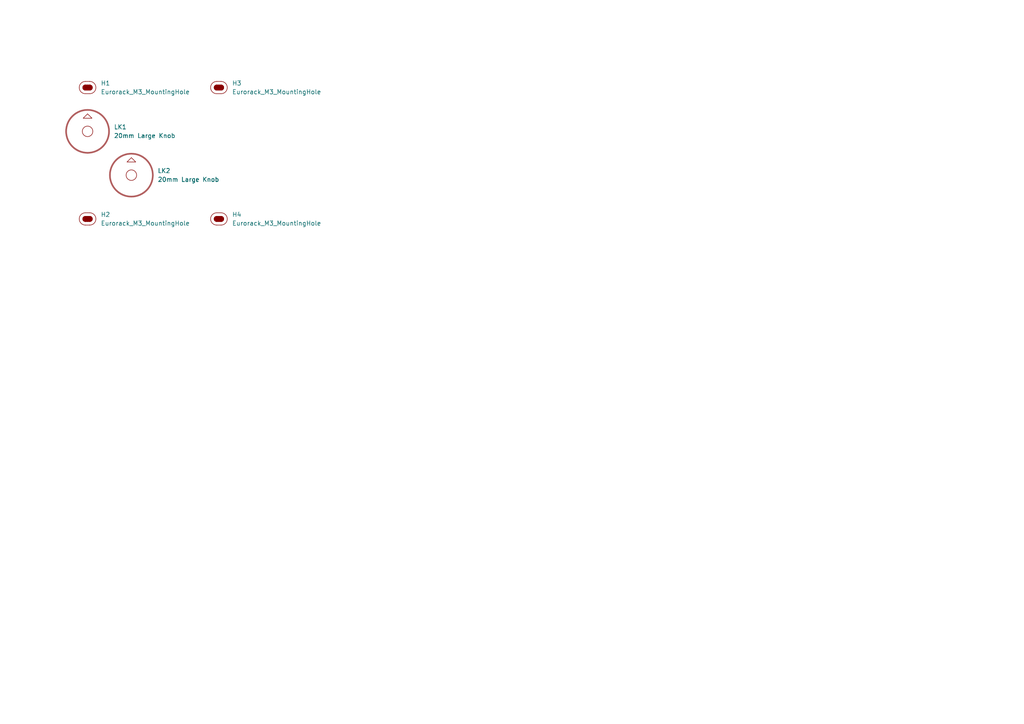
<source format=kicad_sch>
(kicad_sch (version 20250114) (generator "eeschema") (generator_version "9.0")
  (paper "A4")
  (lib_symbols
    (symbol "EXC:Eurorack_M3_MountingHole" (pin_names (offset 1.016))
      (property "Reference" "H" (at 0 5.08 0))
      (property "Value" "Eurorack_M3_MountingHole" (at 0 3.175 0))
      (symbol "Eurorack_M3_MountingHole_0_1"
        (polyline (pts (xy -0.635 0.762) (xy 0.635 0.762)))
        (circle (center -0.635 0) (radius 0.762) (fill (type outline)))
        (arc (start -0.635 -0.762) (mid -1.397 0) (end -0.635 0.762))
        (arc (start -0.635 -1.778) (mid -2.413 0) (end -0.635 1.778))
        (polyline (pts (xy -0.635 -0.762) (xy 0.635 -0.762)))
        (polyline (pts (xy -0.635 -1.778) (xy 0.635 -1.778)))
        (circle (center 0 0) (radius 0.762) (fill (type outline)))
        (polyline (pts (xy 0.635 1.778) (xy -0.635 1.778)))
        (arc (start 0.6141 1.778) (mid 2.4131 0) (end 0.6141 -1.778))
        (arc (start 0.6227 0.762) (mid 1.3971 0) (end 0.6227 -0.762))
        (circle (center 0.635 0) (radius 0.762) (fill (type outline)))
      )
    )
    (symbol "EXC:Knob_Large_20mm"
      (property "Reference" "LK" (at 0 7.366 0))
      (property "Value" "20mm Large Knob" (at 0.254 -7.366 0))
      (symbol "Knob_Large_20mm_0_1"
        (polyline (pts (xy 0 5.08) (xy -1.27 3.81) (xy 1.27 3.81) (xy 0 5.08)) (fill (type color)))
        (circle (center 0 0) (radius 1.524))
        (circle (center 0 0) (radius 6.096))
        (circle (center 0 0) (radius 6.35))
      )
    )
  )
  (symbol (lib_id "EXC:Eurorack_M3_MountingHole") (at 25.4 25.4 0) (unit 1)
    (property "Reference" "H1" (at 29.21 24.1299 0) (effects (justify left)))
    (property "Value" "Eurorack_M3_MountingHole" (at 29.21 26.6699 0) (effects (justify left)))
    (property "Footprint" "EXC:MountingHole_3.2mm_M3" (effects (hide yes)))
    (property "Description" "Mounting Hole without connection" (effects (hide yes)))
  )
  (symbol (lib_id "EXC:Knob_Large_20mm") (at 38.1 50.8 0) (unit 1)
    (property "Reference" "LK2" (at 45.72 49.5299 0) (effects (justify left)))
    (property "Value" "20mm Large Knob" (at 45.72 52.0699 0) (effects (justify left)))
    (property "Footprint" "EXC:Knob_Large_20mm" (effects (hide yes)))
    (property "Datasheet" "https://cdn-shop.adafruit.com/product-files/5528/Datasheet.pdf" (effects (hide yes)))
    (property "Description" "8-way panel-mount Rotary Selector" (effects (hide yes)))
    (property "Source" "https://www.adafruit.com/product/5528" (effects (hide yes)))
  )
  (symbol (lib_id "EXC:Eurorack_M3_MountingHole") (at 25.4 63.5 0) (unit 1)
    (property "Reference" "H2" (at 29.21 62.2299 0) (effects (justify left)))
    (property "Value" "Eurorack_M3_MountingHole" (at 29.21 64.7699 0) (effects (justify left)))
    (property "Footprint" "EXC:MountingHole_3.2mm_M3" (effects (hide yes)))
    (property "Description" "Mounting Hole without connection" (effects (hide yes)))
  )
  (symbol (lib_id "EXC:Knob_Large_20mm") (at 25.4 38.1 0) (unit 1)
    (property "Reference" "LK1" (at 33.02 36.8299 0) (effects (justify left)))
    (property "Value" "20mm Large Knob" (at 33.02 39.3699 0) (effects (justify left)))
    (property "Footprint" "EXC:Knob_Large_20mm" (effects (hide yes)))
    (property "Datasheet" "https://cdn-shop.adafruit.com/product-files/5528/Datasheet.pdf" (effects (hide yes)))
    (property "Description" "8-way panel-mount Rotary Selector" (effects (hide yes)))
    (property "Source" "https://www.adafruit.com/product/5528" (effects (hide yes)))
  )
  (symbol (lib_id "EXC:Eurorack_M3_MountingHole") (at 63.5 25.4 0) (unit 1)
    (property "Reference" "H3" (at 67.31 24.1299 0) (effects (justify left)))
    (property "Value" "Eurorack_M3_MountingHole" (at 67.31 26.6699 0) (effects (justify left)))
    (property "Footprint" "EXC:MountingHole_3.2mm_M3" (effects (hide yes)))
    (property "Description" "Mounting Hole without connection" (effects (hide yes)))
  )
  (symbol (lib_id "EXC:Eurorack_M3_MountingHole") (at 63.5 63.5 0) (unit 1)
    (property "Reference" "H4" (at 67.31 62.2299 0) (effects (justify left)))
    (property "Value" "Eurorack_M3_MountingHole" (at 67.31 64.7699 0) (effects (justify left)))
    (property "Footprint" "EXC:MountingHole_3.2mm_M3" (effects (hide yes)))
    (property "Description" "Mounting Hole without connection" (effects (hide yes)))
  )
)
</source>
